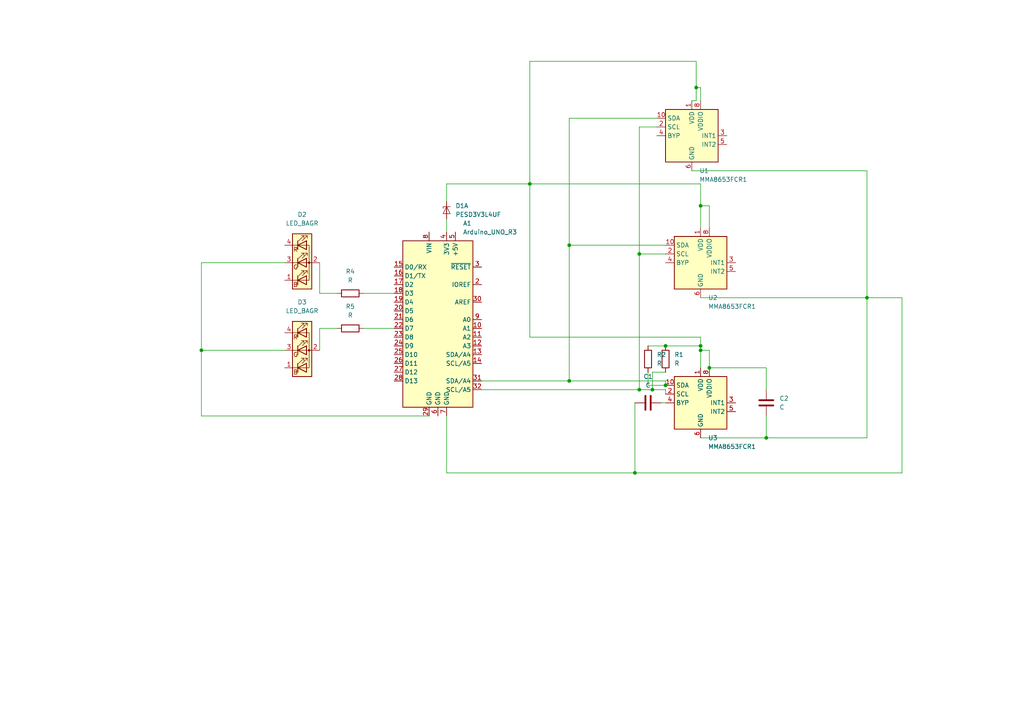
<source format=kicad_sch>
(kicad_sch (version 20231120) (generator "eeschema") (generator_version "8.0")
  (paper "A4")
  (lib_symbols
    (symbol "Device:C" (pin_numbers hide) (pin_names (offset 0.254))
      (property "Reference" "C" (at 0.635 2.54 0))
      (property "Value" "C" (at 0.635 -2.54 0))
      (symbol "C_0_1"
        (polyline (pts (xy -2.032 -0.762) (xy 2.032 -0.762)) (stroke (width 0.508)))
        (polyline (pts (xy -2.032 0.762) (xy 2.032 0.762)) (stroke (width 0.508)))
      )
      (symbol "C_1_1"
        (pin passive line (at 0 3.81 270) (length 2.794) (name "~") (number "1"))
        (pin passive line (at 0 -3.81 90) (length 2.794) (name "~") (number "2"))
      )
    )
    (symbol "Device:LED_BAGR" (pin_names (offset 0) hide)
      (property "Reference" "D" (at 0 9.398 0))
      (property "Value" "LED_BAGR" (at 0 -8.89 0))
      (symbol "LED_BAGR_0_0"
        (text "B" (at -1.905 -6.35 0) (effects (font (size 1.27 1.27))))
        (text "G" (at -1.905 -1.27 0) (effects (font (size 1.27 1.27))))
        (text "R" (at -1.905 3.81 0) (effects (font (size 1.27 1.27))))
      )
      (symbol "LED_BAGR_0_1"
        (polyline (pts (xy -1.27 -5.08) (xy -2.54 -5.08)))
        (polyline (pts (xy -1.27 -5.08) (xy 1.27 -5.08)))
        (polyline (pts (xy -1.27 -3.81) (xy -1.27 -6.35)) (stroke (width 0.254)))
        (polyline (pts (xy -1.27 0) (xy -2.54 0)))
        (polyline (pts (xy -1.27 1.27) (xy -1.27 -1.27)) (stroke (width 0.254)))
        (polyline (pts (xy -1.27 5.08) (xy -2.54 5.08)))
        (polyline (pts (xy -1.27 5.08) (xy 1.27 5.08)))
        (polyline (pts (xy -1.27 6.35) (xy -1.27 3.81)) (stroke (width 0.254)))
        (polyline (pts (xy 1.27 0) (xy -1.27 0)))
        (polyline (pts (xy 1.27 0) (xy 2.54 0)))
        (polyline (pts (xy -1.27 1.27) (xy -1.27 -1.27) (xy -1.27 -1.27)))
        (polyline (pts (xy -1.27 6.35) (xy -1.27 3.81) (xy -1.27 3.81)))
        (polyline (pts (xy 1.27 -5.08) (xy 2.032 -5.08) (xy 2.032 5.08) (xy 1.27 5.08)))
        (polyline (pts (xy 1.27 -3.81) (xy 1.27 -6.35) (xy -1.27 -5.08) (xy 1.27 -3.81)) (stroke (width 0.254)))
        (polyline (pts (xy 1.27 1.27) (xy 1.27 -1.27) (xy -1.27 0) (xy 1.27 1.27)) (stroke (width 0.254)))
        (polyline (pts (xy 1.27 6.35) (xy 1.27 3.81) (xy -1.27 5.08) (xy 1.27 6.35)) (stroke (width 0.254)))
        (polyline (pts (xy -1.016 -3.81) (xy 0.508 -2.286) (xy -0.254 -2.286) (xy 0.508 -2.286) (xy 0.508 -3.048)))
        (polyline (pts (xy -1.016 1.27) (xy 0.508 2.794) (xy -0.254 2.794) (xy 0.508 2.794) (xy 0.508 2.032)))
        (polyline (pts (xy -1.016 6.35) (xy 0.508 7.874) (xy -0.254 7.874) (xy 0.508 7.874) (xy 0.508 7.112)))
        (polyline (pts (xy 0 -3.81) (xy 1.524 -2.286) (xy 0.762 -2.286) (xy 1.524 -2.286) (xy 1.524 -3.048)))
        (polyline (pts (xy 0 1.27) (xy 1.524 2.794) (xy 0.762 2.794) (xy 1.524 2.794) (xy 1.524 2.032)))
        (polyline (pts (xy 0 6.35) (xy 1.524 7.874) (xy 0.762 7.874) (xy 1.524 7.874) (xy 1.524 7.112)))
        (rectangle (start 1.27 -1.27) (end 1.27 1.27))
        (rectangle (start 1.27 1.27) (end 1.27 1.27))
        (rectangle (start 1.27 3.81) (end 1.27 6.35))
        (rectangle (start 1.27 6.35) (end 1.27 6.35))
        (circle (center 2.032 0) (radius 0.254) (fill (type outline)))
        (rectangle (start 2.794 8.382) (end -2.794 -7.62) (stroke (width 0.254)) (fill (type background)))
      )
      (symbol "LED_BAGR_1_1"
        (pin passive line (at -5.08 -5.08 0) (length 2.54) (name "BK") (number "1"))
        (pin passive line (at 5.08 0 180) (length 2.54) (name "A") (number "2"))
        (pin passive line (at -5.08 0 0) (length 2.54) (name "GK") (number "3"))
        (pin passive line (at -5.08 5.08 0) (length 2.54) (name "RK") (number "4"))
      )
    )
    (symbol "Device:R" (pin_numbers hide) (pin_names (offset 0))
      (property "Reference" "R" (at 2.032 0 90))
      (property "Value" "R" (at 0 0 90))
      (symbol "R_0_1"
        (rectangle (start -1.016 -2.54) (end 1.016 2.54) (stroke (width 0.254)))
      )
      (symbol "R_1_1"
        (pin passive line (at 0 3.81 270) (length 1.27) (name "~") (number "1"))
        (pin passive line (at 0 -3.81 90) (length 1.27) (name "~") (number "2"))
      )
    )
    (symbol "MCU_Module:Arduino_UNO_R3"
      (property "Reference" "A" (at -10.16 23.495 0))
      (property "Value" "Arduino_UNO_R3" (at 5.08 -26.67 0))
      (symbol "Arduino_UNO_R3_0_1"
        (rectangle (start -10.16 22.86) (end 10.16 -25.4) (stroke (width 0.254)) (fill (type background)))
      )
      (symbol "Arduino_UNO_R3_1_1"
        (pin no_connect line (at -10.16 -20.32 0) (length 2.54) hide (name "NC") (number "1"))
        (pin bidirectional line (at 12.7 -2.54 180) (length 2.54) (name "A1") (number "10"))
        (pin bidirectional line (at 12.7 -5.08 180) (length 2.54) (name "A2") (number "11"))
        (pin bidirectional line (at 12.7 -7.62 180) (length 2.54) (name "A3") (number "12"))
        (pin bidirectional line (at 12.7 -10.16 180) (length 2.54) (name "SDA/A4") (number "13"))
        (pin bidirectional line (at 12.7 -12.7 180) (length 2.54) (name "SCL/A5") (number "14"))
        (pin bidirectional line (at -12.7 15.24 0) (length 2.54) (name "D0/RX") (number "15"))
        (pin bidirectional line (at -12.7 12.7 0) (length 2.54) (name "D1/TX") (number "16"))
        (pin bidirectional line (at -12.7 10.16 0) (length 2.54) (name "D2") (number "17"))
        (pin bidirectional line (at -12.7 7.62 0) (length 2.54) (name "D3") (number "18"))
        (pin bidirectional line (at -12.7 5.08 0) (length 2.54) (name "D4") (number "19"))
        (pin output line (at 12.7 10.16 180) (length 2.54) (name "IOREF") (number "2"))
        (pin bidirectional line (at -12.7 2.54 0) (length 2.54) (name "D5") (number "20"))
        (pin bidirectional line (at -12.7 0 0) (length 2.54) (name "D6") (number "21"))
        (pin bidirectional line (at -12.7 -2.54 0) (length 2.54) (name "D7") (number "22"))
        (pin bidirectional line (at -12.7 -5.08 0) (length 2.54) (name "D8") (number "23"))
        (pin bidirectional line (at -12.7 -7.62 0) (length 2.54) (name "D9") (number "24"))
        (pin bidirectional line (at -12.7 -10.16 0) (length 2.54) (name "D10") (number "25"))
        (pin bidirectional line (at -12.7 -12.7 0) (length 2.54) (name "D11") (number "26"))
        (pin bidirectional line (at -12.7 -15.24 0) (length 2.54) (name "D12") (number "27"))
        (pin bidirectional line (at -12.7 -17.78 0) (length 2.54) (name "D13") (number "28"))
        (pin power_in line (at -2.54 -27.94 90) (length 2.54) (name "GND") (number "29"))
        (pin input line (at 12.7 15.24 180) (length 2.54) (name "~{RESET}") (number "3"))
        (pin input line (at 12.7 5.08 180) (length 2.54) (name "AREF") (number "30"))
        (pin bidirectional line (at 12.7 -17.78 180) (length 2.54) (name "SDA/A4") (number "31"))
        (pin bidirectional line (at 12.7 -20.32 180) (length 2.54) (name "SCL/A5") (number "32"))
        (pin power_out line (at 2.54 25.4 270) (length 2.54) (name "3V3") (number "4"))
        (pin power_out line (at 5.08 25.4 270) (length 2.54) (name "+5V") (number "5"))
        (pin power_in line (at 0 -27.94 90) (length 2.54) (name "GND") (number "6"))
        (pin power_in line (at 2.54 -27.94 90) (length 2.54) (name "GND") (number "7"))
        (pin power_in line (at -2.54 25.4 270) (length 2.54) (name "VIN") (number "8"))
        (pin bidirectional line (at 12.7 0 180) (length 2.54) (name "A0") (number "9"))
      )
    )
    (symbol "Power_Protection:PESD3V3L4UF" (pin_numbers hide) (pin_names hide)
      (property "Reference" "D" (at 0 2.54 0))
      (property "Value" "PESD3V3L4UF" (at 0 -2.54 0))
      (symbol "PESD3V3L4UF_0_1"
        (polyline (pts (xy -1.016 0) (xy 1.016 0)))
        (polyline (pts (xy -1.016 1.016) (xy -1.016 -1.016) (xy -0.508 -1.016)))
        (polyline (pts (xy 1.016 1.016) (xy -1.016 0) (xy 1.016 -1.016) (xy 1.016 1.016)))
      )
      (symbol "PESD3V3L4UF_1_1"
        (pin passive line (at -2.54 0 0) (length 2.54) (name "K1") (number "1"))
        (pin passive line (at 2.54 0 180) (length 2.54) (name "A") (number "2"))
        (pin passive line (at 2.54 0 180) (length 2.54) hide (name "A") (number "5"))
      )
      (symbol "PESD3V3L4UF_2_1"
        (pin passive line (at -2.54 0 0) (length 2.54) (name "K2") (number "3"))
      )
      (symbol "PESD3V3L4UF_3_1"
        (pin passive line (at -2.54 0 0) (length 2.54) (name "K3") (number "4"))
      )
      (symbol "PESD3V3L4UF_4_1"
        (pin passive line (at -2.54 0 0) (length 2.54) (name "K4") (number "6"))
      )
    )
    (symbol "Sensor_Motion:MMA8653FCR1"
      (property "Reference" "U" (at -7.62 8.89 0))
      (property "Value" "MMA8653FCR1" (at 1.27 -8.89 0))
      (symbol "MMA8653FCR1_0_1"
        (rectangle (start -7.62 7.62) (end 7.62 -7.62) (stroke (width 0.254)) (fill (type background)))
      )
      (symbol "MMA8653FCR1_1_1"
        (pin power_in line (at 0 10.16 270) (length 2.54) (name "VDD") (number "1"))
        (pin bidirectional line (at -10.16 5.08 0) (length 2.54) (name "SDA") (number "10"))
        (pin input line (at -10.16 2.54 0) (length 2.54) (name "SCL") (number "2"))
        (pin output line (at 10.16 0 180) (length 2.54) (name "INT1") (number "3"))
        (pin input line (at -10.16 0 0) (length 2.54) (name "BYP") (number "4"))
        (pin output line (at 10.16 -2.54 180) (length 2.54) (name "INT2") (number "5"))
        (pin power_in line (at 0 -10.16 90) (length 2.54) (name "GND") (number "6"))
        (pin passive line (at 0 -10.16 90) (length 2.54) hide (name "GND") (number "7"))
        (pin power_in line (at 2.54 10.16 270) (length 2.54) (name "VDDIO") (number "8"))
        (pin passive line (at 0 -10.16 90) (length 2.54) hide (name "GND") (number "9"))
      )
    )
  )
  (junction (at 185.42 73.66))
  (junction (at 165.1 71.12))
  (junction (at 203.2 101.6))
  (junction (at 193.04 100.33))
  (junction (at 58.42 101.6))
  (junction (at 203.2 100.33))
  (junction (at 251.46 86.36))
  (junction (at 165.1 110.49))
  (junction (at 222.25 127))
  (junction (at 185.42 113.03))
  (junction (at 193.04 111.76))
  (junction (at 189.23 113.03))
  (junction (at 205.74 106.68))
  (junction (at 201.93 25.4))
  (junction (at 203.2 59.69))
  (junction (at 184.15 137.16))
  (junction (at 153.67 53.34))
  (wire (pts (xy 189.23 113.03) (xy 193.04 113.03)))
  (wire (pts (xy 251.46 49.53) (xy 251.46 86.36)))
  (wire (pts (xy 129.54 53.34) (xy 129.54 58.42)))
  (wire (pts (xy 153.67 53.34) (xy 203.2 53.34)))
  (wire (pts (xy 203.2 100.33) (xy 203.2 101.6)))
  (wire (pts (xy 251.46 86.36) (xy 261.62 86.36)))
  (wire (pts (xy 92.71 85.09) (xy 92.71 76.2)))
  (wire (pts (xy 82.55 76.2) (xy 58.42 76.2)))
  (wire (pts (xy 184.15 137.16) (xy 129.54 137.16)))
  (wire (pts (xy 189.23 107.95) (xy 193.04 107.95)))
  (wire (pts (xy 203.2 101.6) (xy 205.74 101.6)))
  (wire (pts (xy 58.42 76.2) (xy 58.42 101.6)))
  (wire (pts (xy 203.2 59.69) (xy 205.74 59.69)))
  (wire (pts (xy 129.54 53.34) (xy 153.67 53.34)))
  (wire (pts (xy 201.93 25.4) (xy 203.2 25.4)))
  (wire (pts (xy 92.71 95.25) (xy 92.71 101.6)))
  (wire (pts (xy 165.1 71.12) (xy 193.04 71.12)))
  (wire (pts (xy 251.46 86.36) (xy 203.2 86.36)))
  (wire (pts (xy 203.2 53.34) (xy 203.2 59.69)))
  (wire (pts (xy 105.41 95.25) (xy 114.3 95.25)))
  (wire (pts (xy 165.1 34.29) (xy 190.5 34.29)))
  (wire (pts (xy 193.04 100.33) (xy 203.2 100.33)))
  (wire (pts (xy 153.67 97.79) (xy 203.2 97.79)))
  (wire (pts (xy 203.2 97.79) (xy 203.2 100.33)))
  (wire (pts (xy 203.2 25.4) (xy 203.2 29.21)))
  (wire (pts (xy 189.23 113.03) (xy 189.23 107.95)))
  (wire (pts (xy 201.93 25.4) (xy 201.93 29.21)))
  (wire (pts (xy 185.42 36.83) (xy 190.5 36.83)))
  (wire (pts (xy 165.1 110.49) (xy 193.04 110.49)))
  (wire (pts (xy 251.46 127) (xy 222.25 127)))
  (wire (pts (xy 222.25 127) (xy 203.2 127)))
  (wire (pts (xy 185.42 73.66) (xy 193.04 73.66)))
  (wire (pts (xy 222.25 106.68) (xy 222.25 113.03)))
  (wire (pts (xy 187.96 111.76) (xy 187.96 107.95)))
  (wire (pts (xy 201.93 17.78) (xy 201.93 25.4)))
  (wire (pts (xy 205.74 101.6) (xy 205.74 106.68)))
  (wire (pts (xy 203.2 59.69) (xy 203.2 66.04)))
  (wire (pts (xy 185.42 36.83) (xy 185.42 73.66)))
  (wire (pts (xy 201.93 29.21) (xy 200.66 29.21)))
  (wire (pts (xy 97.79 95.25) (xy 92.71 95.25)))
  (wire (pts (xy 187.96 100.33) (xy 193.04 100.33)))
  (wire (pts (xy 97.79 85.09) (xy 92.71 85.09)))
  (wire (pts (xy 191.77 116.84) (xy 193.04 116.84)))
  (wire (pts (xy 261.62 86.36) (xy 261.62 137.16)))
  (wire (pts (xy 129.54 137.16) (xy 129.54 120.65)))
  (wire (pts (xy 105.41 85.09) (xy 114.3 85.09)))
  (wire (pts (xy 58.42 120.65) (xy 124.46 120.65)))
  (wire (pts (xy 153.67 53.34) (xy 153.67 97.79)))
  (wire (pts (xy 139.7 113.03) (xy 185.42 113.03)))
  (wire (pts (xy 58.42 101.6) (xy 82.55 101.6)))
  (wire (pts (xy 261.62 137.16) (xy 184.15 137.16)))
  (wire (pts (xy 153.67 17.78) (xy 153.67 53.34)))
  (wire (pts (xy 185.42 73.66) (xy 185.42 113.03)))
  (wire (pts (xy 185.42 113.03) (xy 189.23 113.03)))
  (wire (pts (xy 200.66 49.53) (xy 251.46 49.53)))
  (wire (pts (xy 193.04 110.49) (xy 193.04 111.76)))
  (wire (pts (xy 222.25 120.65) (xy 222.25 127)))
  (wire (pts (xy 165.1 71.12) (xy 165.1 110.49)))
  (wire (pts (xy 193.04 113.03) (xy 193.04 114.3)))
  (wire (pts (xy 205.74 106.68) (xy 222.25 106.68)))
  (wire (pts (xy 58.42 101.6) (xy 58.42 120.65)))
  (wire (pts (xy 193.04 111.76) (xy 187.96 111.76)))
  (wire (pts (xy 203.2 101.6) (xy 203.2 106.68)))
  (wire (pts (xy 139.7 110.49) (xy 165.1 110.49)))
  (wire (pts (xy 184.15 116.84) (xy 184.15 137.16)))
  (wire (pts (xy 153.67 17.78) (xy 201.93 17.78)))
  (wire (pts (xy 129.54 63.5) (xy 129.54 67.31)))
  (wire (pts (xy 205.74 59.69) (xy 205.74 66.04)))
  (wire (pts (xy 165.1 34.29) (xy 165.1 71.12)))
  (wire (pts (xy 251.46 86.36) (xy 251.46 127)))
  (symbol (lib_id "Device:C") (at 222.25 116.84 0) (unit 1)
    (property "Reference" "C2" (at 226.06 115.5699 0) (effects (justify left)))
    (property "Value" "C" (at 226.06 118.1099 0) (effects (justify left)))
    (property "Description" "Unpolarized capacitor" (effects (hide yes)))
  )
  (symbol (lib_id "Sensor_Motion:MMA8653FCR1") (at 203.2 116.84 0) (unit 1)
    (property "Reference" "U3" (at 205.3941 127 0) (effects (justify left)))
    (property "Value" "MMA8653FCR1" (at 205.3941 129.54 0) (effects (justify left)))
    (property "Footprint" "Package_DFN_QFN:DFN-10_2x2mm_P0.4mm" (effects (hide yes)))
    (property "Datasheet" "https://www.nxp.com/docs/en/data-sheet/MMA8653FC.pdf" (effects (hide yes)))
    (property "Description" "3-Axis 10-bit Digital Accelerometer with I2C interface" (effects (hide yes)))
  )
  (symbol (lib_id "Device:R") (at 101.6 95.25 270) (unit 1)
    (property "Reference" "R5" (at 101.6 88.9 90))
    (property "Value" "R" (at 101.6 91.44 90))
    (property "Description" "Resistor" (effects (hide yes)))
  )
  (symbol (lib_id "Device:LED_BAGR") (at 87.63 76.2 0) (unit 1)
    (property "Reference" "D2" (at 87.63 62.23 0))
    (property "Value" "LED_BAGR" (at 87.63 64.77 0))
    (property "Description" "RGB LED, blue/anode/green/red" (effects (hide yes)))
  )
  (symbol (lib_id "Device:R") (at 193.04 104.14 0) (unit 1)
    (property "Reference" "R1" (at 195.58 102.8699 0) (effects (justify left)))
    (property "Value" "R" (at 195.58 105.4099 0) (effects (justify left)))
    (property "Description" "Resistor" (effects (hide yes)))
  )
  (symbol (lib_id "Sensor_Motion:MMA8653FCR1") (at 203.2 76.2 0) (unit 1)
    (property "Reference" "U2" (at 205.3941 86.36 0) (effects (justify left)))
    (property "Value" "MMA8653FCR1" (at 205.3941 88.9 0) (effects (justify left)))
    (property "Footprint" "Package_DFN_QFN:DFN-10_2x2mm_P0.4mm" (effects (hide yes)))
    (property "Datasheet" "https://www.nxp.com/docs/en/data-sheet/MMA8653FC.pdf" (effects (hide yes)))
    (property "Description" "3-Axis 10-bit Digital Accelerometer with I2C interface" (effects (hide yes)))
  )
  (symbol (lib_id "Device:LED_BAGR") (at 87.63 101.6 0) (unit 1)
    (property "Reference" "D3" (at 87.63 87.63 0))
    (property "Value" "LED_BAGR" (at 87.63 90.17 0))
    (property "Description" "RGB LED, blue/anode/green/red" (effects (hide yes)))
  )
  (symbol (lib_id "Power_Protection:PESD3V3L4UF") (at 129.54 60.96 270) (unit 1)
    (property "Reference" "D1" (at 132.08 59.6899 90) (effects (justify left)))
    (property "Value" "PESD3V3L4UF" (at 132.08 62.2299 90) (effects (justify left)))
    (property "Footprint" "Package_TO_SOT_SMD:SOT-886" (effects (hide yes)))
    (property "Datasheet" "https://assets.nexperia.com/documents/data-sheet/PESDXL4UF_G_W.pdf" (effects (hide yes)))
    (property "Description" "Low capacitance unidirectional quadruple ESD protection diode array, 3.3V, Common Anode, SOT-886" (effects (hide yes)))
  )
  (symbol (lib_id "Device:R") (at 101.6 85.09 270) (unit 1)
    (property "Reference" "R4" (at 101.6 78.74 90))
    (property "Value" "R" (at 101.6 81.28 90))
    (property "Description" "Resistor" (effects (hide yes)))
  )
  (symbol (lib_id "Device:C") (at 187.96 116.84 270) (unit 1)
    (property "Reference" "C1" (at 187.96 109.22 90))
    (property "Value" "C" (at 187.96 111.76 90))
    (property "Description" "Unpolarized capacitor" (effects (hide yes)))
  )
  (symbol (lib_id "Device:R") (at 187.96 104.14 0) (unit 1)
    (property "Reference" "R2" (at 190.5 102.8699 0) (effects (justify left)))
    (property "Value" "R" (at 190.5 105.4099 0) (effects (justify left)))
    (property "Description" "Resistor" (effects (hide yes)))
  )
  (symbol (lib_id "Sensor_Motion:MMA8653FCR1") (at 200.66 39.37 0) (unit 1)
    (property "Reference" "U1" (at 202.8541 49.53 0) (effects (justify left)))
    (property "Value" "MMA8653FCR1" (at 202.8541 52.07 0) (effects (justify left)))
    (property "Footprint" "Package_DFN_QFN:DFN-10_2x2mm_P0.4mm" (effects (hide yes)))
    (property "Datasheet" "https://www.nxp.com/docs/en/data-sheet/MMA8653FC.pdf" (effects (hide yes)))
    (property "Description" "3-Axis 10-bit Digital Accelerometer with I2C interface" (effects (hide yes)))
  )
  (symbol (lib_id "MCU_Module:Arduino_UNO_R3") (at 127 92.71 0) (unit 1)
    (property "Reference" "A1" (at 134.2741 64.77 0) (effects (justify left)))
    (property "Value" "Arduino_UNO_R3" (at 134.2741 67.31 0) (effects (justify left)))
    (property "Footprint" "Module:Arduino_UNO_R3" (effects (hide yes)))
    (property "Datasheet" "https://www.arduino.cc/en/Main/arduinoBoardUno" (effects (hide yes)))
    (property "Description" "Arduino UNO Microcontroller Module, release 3" (effects (hide yes)))
  )
)
</source>
